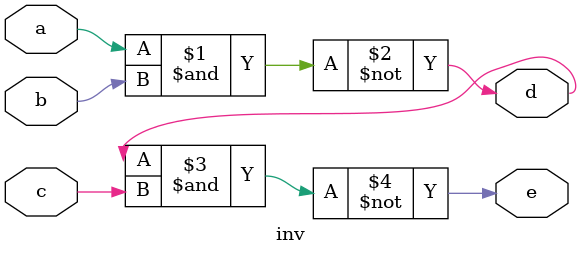
<source format=v>
`timescale 1ns / 1ps


module inv(
    input a,
    input b,
    input c,
    output d,
    output e
    );
assign d = ~ ( a & b );
assign e = ~ ( d & c);
endmodule

</source>
